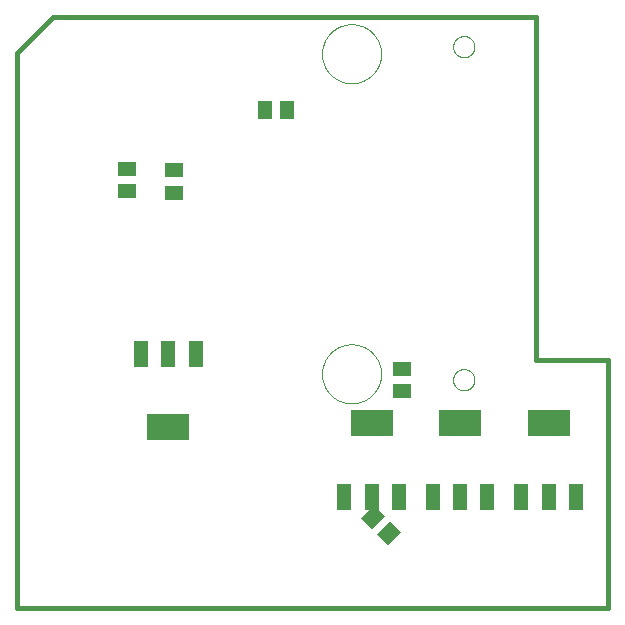
<source format=gbp>
G75*
%MOIN*%
%OFA0B0*%
%FSLAX25Y25*%
%IPPOS*%
%LPD*%
%AMOC8*
5,1,8,0,0,1.08239X$1,22.5*
%
%ADD10C,0.00000*%
%ADD11C,0.01600*%
%ADD12R,0.04799X0.08799*%
%ADD13R,0.14173X0.08661*%
%ADD14R,0.06299X0.05118*%
%ADD15R,0.05118X0.06299*%
D10*
X0103374Y0079753D02*
X0103377Y0079995D01*
X0103386Y0080236D01*
X0103401Y0080477D01*
X0103421Y0080718D01*
X0103448Y0080958D01*
X0103481Y0081197D01*
X0103519Y0081436D01*
X0103563Y0081673D01*
X0103613Y0081910D01*
X0103669Y0082145D01*
X0103731Y0082378D01*
X0103798Y0082610D01*
X0103871Y0082841D01*
X0103949Y0083069D01*
X0104034Y0083295D01*
X0104123Y0083520D01*
X0104218Y0083742D01*
X0104319Y0083961D01*
X0104425Y0084179D01*
X0104536Y0084393D01*
X0104653Y0084605D01*
X0104774Y0084813D01*
X0104901Y0085019D01*
X0105033Y0085221D01*
X0105170Y0085421D01*
X0105311Y0085616D01*
X0105457Y0085809D01*
X0105608Y0085997D01*
X0105764Y0086182D01*
X0105924Y0086363D01*
X0106088Y0086540D01*
X0106257Y0086713D01*
X0106430Y0086882D01*
X0106607Y0087046D01*
X0106788Y0087206D01*
X0106973Y0087362D01*
X0107161Y0087513D01*
X0107354Y0087659D01*
X0107549Y0087800D01*
X0107749Y0087937D01*
X0107951Y0088069D01*
X0108157Y0088196D01*
X0108365Y0088317D01*
X0108577Y0088434D01*
X0108791Y0088545D01*
X0109009Y0088651D01*
X0109228Y0088752D01*
X0109450Y0088847D01*
X0109675Y0088936D01*
X0109901Y0089021D01*
X0110129Y0089099D01*
X0110360Y0089172D01*
X0110592Y0089239D01*
X0110825Y0089301D01*
X0111060Y0089357D01*
X0111297Y0089407D01*
X0111534Y0089451D01*
X0111773Y0089489D01*
X0112012Y0089522D01*
X0112252Y0089549D01*
X0112493Y0089569D01*
X0112734Y0089584D01*
X0112975Y0089593D01*
X0113217Y0089596D01*
X0113459Y0089593D01*
X0113700Y0089584D01*
X0113941Y0089569D01*
X0114182Y0089549D01*
X0114422Y0089522D01*
X0114661Y0089489D01*
X0114900Y0089451D01*
X0115137Y0089407D01*
X0115374Y0089357D01*
X0115609Y0089301D01*
X0115842Y0089239D01*
X0116074Y0089172D01*
X0116305Y0089099D01*
X0116533Y0089021D01*
X0116759Y0088936D01*
X0116984Y0088847D01*
X0117206Y0088752D01*
X0117425Y0088651D01*
X0117643Y0088545D01*
X0117857Y0088434D01*
X0118069Y0088317D01*
X0118277Y0088196D01*
X0118483Y0088069D01*
X0118685Y0087937D01*
X0118885Y0087800D01*
X0119080Y0087659D01*
X0119273Y0087513D01*
X0119461Y0087362D01*
X0119646Y0087206D01*
X0119827Y0087046D01*
X0120004Y0086882D01*
X0120177Y0086713D01*
X0120346Y0086540D01*
X0120510Y0086363D01*
X0120670Y0086182D01*
X0120826Y0085997D01*
X0120977Y0085809D01*
X0121123Y0085616D01*
X0121264Y0085421D01*
X0121401Y0085221D01*
X0121533Y0085019D01*
X0121660Y0084813D01*
X0121781Y0084605D01*
X0121898Y0084393D01*
X0122009Y0084179D01*
X0122115Y0083961D01*
X0122216Y0083742D01*
X0122311Y0083520D01*
X0122400Y0083295D01*
X0122485Y0083069D01*
X0122563Y0082841D01*
X0122636Y0082610D01*
X0122703Y0082378D01*
X0122765Y0082145D01*
X0122821Y0081910D01*
X0122871Y0081673D01*
X0122915Y0081436D01*
X0122953Y0081197D01*
X0122986Y0080958D01*
X0123013Y0080718D01*
X0123033Y0080477D01*
X0123048Y0080236D01*
X0123057Y0079995D01*
X0123060Y0079753D01*
X0123057Y0079511D01*
X0123048Y0079270D01*
X0123033Y0079029D01*
X0123013Y0078788D01*
X0122986Y0078548D01*
X0122953Y0078309D01*
X0122915Y0078070D01*
X0122871Y0077833D01*
X0122821Y0077596D01*
X0122765Y0077361D01*
X0122703Y0077128D01*
X0122636Y0076896D01*
X0122563Y0076665D01*
X0122485Y0076437D01*
X0122400Y0076211D01*
X0122311Y0075986D01*
X0122216Y0075764D01*
X0122115Y0075545D01*
X0122009Y0075327D01*
X0121898Y0075113D01*
X0121781Y0074901D01*
X0121660Y0074693D01*
X0121533Y0074487D01*
X0121401Y0074285D01*
X0121264Y0074085D01*
X0121123Y0073890D01*
X0120977Y0073697D01*
X0120826Y0073509D01*
X0120670Y0073324D01*
X0120510Y0073143D01*
X0120346Y0072966D01*
X0120177Y0072793D01*
X0120004Y0072624D01*
X0119827Y0072460D01*
X0119646Y0072300D01*
X0119461Y0072144D01*
X0119273Y0071993D01*
X0119080Y0071847D01*
X0118885Y0071706D01*
X0118685Y0071569D01*
X0118483Y0071437D01*
X0118277Y0071310D01*
X0118069Y0071189D01*
X0117857Y0071072D01*
X0117643Y0070961D01*
X0117425Y0070855D01*
X0117206Y0070754D01*
X0116984Y0070659D01*
X0116759Y0070570D01*
X0116533Y0070485D01*
X0116305Y0070407D01*
X0116074Y0070334D01*
X0115842Y0070267D01*
X0115609Y0070205D01*
X0115374Y0070149D01*
X0115137Y0070099D01*
X0114900Y0070055D01*
X0114661Y0070017D01*
X0114422Y0069984D01*
X0114182Y0069957D01*
X0113941Y0069937D01*
X0113700Y0069922D01*
X0113459Y0069913D01*
X0113217Y0069910D01*
X0112975Y0069913D01*
X0112734Y0069922D01*
X0112493Y0069937D01*
X0112252Y0069957D01*
X0112012Y0069984D01*
X0111773Y0070017D01*
X0111534Y0070055D01*
X0111297Y0070099D01*
X0111060Y0070149D01*
X0110825Y0070205D01*
X0110592Y0070267D01*
X0110360Y0070334D01*
X0110129Y0070407D01*
X0109901Y0070485D01*
X0109675Y0070570D01*
X0109450Y0070659D01*
X0109228Y0070754D01*
X0109009Y0070855D01*
X0108791Y0070961D01*
X0108577Y0071072D01*
X0108365Y0071189D01*
X0108157Y0071310D01*
X0107951Y0071437D01*
X0107749Y0071569D01*
X0107549Y0071706D01*
X0107354Y0071847D01*
X0107161Y0071993D01*
X0106973Y0072144D01*
X0106788Y0072300D01*
X0106607Y0072460D01*
X0106430Y0072624D01*
X0106257Y0072793D01*
X0106088Y0072966D01*
X0105924Y0073143D01*
X0105764Y0073324D01*
X0105608Y0073509D01*
X0105457Y0073697D01*
X0105311Y0073890D01*
X0105170Y0074085D01*
X0105033Y0074285D01*
X0104901Y0074487D01*
X0104774Y0074693D01*
X0104653Y0074901D01*
X0104536Y0075113D01*
X0104425Y0075327D01*
X0104319Y0075545D01*
X0104218Y0075764D01*
X0104123Y0075986D01*
X0104034Y0076211D01*
X0103949Y0076437D01*
X0103871Y0076665D01*
X0103798Y0076896D01*
X0103731Y0077128D01*
X0103669Y0077361D01*
X0103613Y0077596D01*
X0103563Y0077833D01*
X0103519Y0078070D01*
X0103481Y0078309D01*
X0103448Y0078548D01*
X0103421Y0078788D01*
X0103401Y0079029D01*
X0103386Y0079270D01*
X0103377Y0079511D01*
X0103374Y0079753D01*
X0147076Y0077784D02*
X0147078Y0077902D01*
X0147084Y0078021D01*
X0147094Y0078139D01*
X0147108Y0078256D01*
X0147125Y0078373D01*
X0147147Y0078490D01*
X0147173Y0078605D01*
X0147202Y0078720D01*
X0147235Y0078834D01*
X0147272Y0078946D01*
X0147313Y0079057D01*
X0147357Y0079167D01*
X0147405Y0079275D01*
X0147457Y0079382D01*
X0147512Y0079487D01*
X0147571Y0079590D01*
X0147633Y0079690D01*
X0147698Y0079789D01*
X0147767Y0079886D01*
X0147838Y0079980D01*
X0147913Y0080071D01*
X0147991Y0080161D01*
X0148072Y0080247D01*
X0148156Y0080331D01*
X0148242Y0080412D01*
X0148332Y0080490D01*
X0148423Y0080565D01*
X0148517Y0080636D01*
X0148614Y0080705D01*
X0148713Y0080770D01*
X0148813Y0080832D01*
X0148916Y0080891D01*
X0149021Y0080946D01*
X0149128Y0080998D01*
X0149236Y0081046D01*
X0149346Y0081090D01*
X0149457Y0081131D01*
X0149569Y0081168D01*
X0149683Y0081201D01*
X0149798Y0081230D01*
X0149913Y0081256D01*
X0150030Y0081278D01*
X0150147Y0081295D01*
X0150264Y0081309D01*
X0150382Y0081319D01*
X0150501Y0081325D01*
X0150619Y0081327D01*
X0150737Y0081325D01*
X0150856Y0081319D01*
X0150974Y0081309D01*
X0151091Y0081295D01*
X0151208Y0081278D01*
X0151325Y0081256D01*
X0151440Y0081230D01*
X0151555Y0081201D01*
X0151669Y0081168D01*
X0151781Y0081131D01*
X0151892Y0081090D01*
X0152002Y0081046D01*
X0152110Y0080998D01*
X0152217Y0080946D01*
X0152322Y0080891D01*
X0152425Y0080832D01*
X0152525Y0080770D01*
X0152624Y0080705D01*
X0152721Y0080636D01*
X0152815Y0080565D01*
X0152906Y0080490D01*
X0152996Y0080412D01*
X0153082Y0080331D01*
X0153166Y0080247D01*
X0153247Y0080161D01*
X0153325Y0080071D01*
X0153400Y0079980D01*
X0153471Y0079886D01*
X0153540Y0079789D01*
X0153605Y0079690D01*
X0153667Y0079590D01*
X0153726Y0079487D01*
X0153781Y0079382D01*
X0153833Y0079275D01*
X0153881Y0079167D01*
X0153925Y0079057D01*
X0153966Y0078946D01*
X0154003Y0078834D01*
X0154036Y0078720D01*
X0154065Y0078605D01*
X0154091Y0078490D01*
X0154113Y0078373D01*
X0154130Y0078256D01*
X0154144Y0078139D01*
X0154154Y0078021D01*
X0154160Y0077902D01*
X0154162Y0077784D01*
X0154160Y0077666D01*
X0154154Y0077547D01*
X0154144Y0077429D01*
X0154130Y0077312D01*
X0154113Y0077195D01*
X0154091Y0077078D01*
X0154065Y0076963D01*
X0154036Y0076848D01*
X0154003Y0076734D01*
X0153966Y0076622D01*
X0153925Y0076511D01*
X0153881Y0076401D01*
X0153833Y0076293D01*
X0153781Y0076186D01*
X0153726Y0076081D01*
X0153667Y0075978D01*
X0153605Y0075878D01*
X0153540Y0075779D01*
X0153471Y0075682D01*
X0153400Y0075588D01*
X0153325Y0075497D01*
X0153247Y0075407D01*
X0153166Y0075321D01*
X0153082Y0075237D01*
X0152996Y0075156D01*
X0152906Y0075078D01*
X0152815Y0075003D01*
X0152721Y0074932D01*
X0152624Y0074863D01*
X0152525Y0074798D01*
X0152425Y0074736D01*
X0152322Y0074677D01*
X0152217Y0074622D01*
X0152110Y0074570D01*
X0152002Y0074522D01*
X0151892Y0074478D01*
X0151781Y0074437D01*
X0151669Y0074400D01*
X0151555Y0074367D01*
X0151440Y0074338D01*
X0151325Y0074312D01*
X0151208Y0074290D01*
X0151091Y0074273D01*
X0150974Y0074259D01*
X0150856Y0074249D01*
X0150737Y0074243D01*
X0150619Y0074241D01*
X0150501Y0074243D01*
X0150382Y0074249D01*
X0150264Y0074259D01*
X0150147Y0074273D01*
X0150030Y0074290D01*
X0149913Y0074312D01*
X0149798Y0074338D01*
X0149683Y0074367D01*
X0149569Y0074400D01*
X0149457Y0074437D01*
X0149346Y0074478D01*
X0149236Y0074522D01*
X0149128Y0074570D01*
X0149021Y0074622D01*
X0148916Y0074677D01*
X0148813Y0074736D01*
X0148713Y0074798D01*
X0148614Y0074863D01*
X0148517Y0074932D01*
X0148423Y0075003D01*
X0148332Y0075078D01*
X0148242Y0075156D01*
X0148156Y0075237D01*
X0148072Y0075321D01*
X0147991Y0075407D01*
X0147913Y0075497D01*
X0147838Y0075588D01*
X0147767Y0075682D01*
X0147698Y0075779D01*
X0147633Y0075878D01*
X0147571Y0075978D01*
X0147512Y0076081D01*
X0147457Y0076186D01*
X0147405Y0076293D01*
X0147357Y0076401D01*
X0147313Y0076511D01*
X0147272Y0076622D01*
X0147235Y0076734D01*
X0147202Y0076848D01*
X0147173Y0076963D01*
X0147147Y0077078D01*
X0147125Y0077195D01*
X0147108Y0077312D01*
X0147094Y0077429D01*
X0147084Y0077547D01*
X0147078Y0077666D01*
X0147076Y0077784D01*
X0103374Y0186446D02*
X0103377Y0186688D01*
X0103386Y0186929D01*
X0103401Y0187170D01*
X0103421Y0187411D01*
X0103448Y0187651D01*
X0103481Y0187890D01*
X0103519Y0188129D01*
X0103563Y0188366D01*
X0103613Y0188603D01*
X0103669Y0188838D01*
X0103731Y0189071D01*
X0103798Y0189303D01*
X0103871Y0189534D01*
X0103949Y0189762D01*
X0104034Y0189988D01*
X0104123Y0190213D01*
X0104218Y0190435D01*
X0104319Y0190654D01*
X0104425Y0190872D01*
X0104536Y0191086D01*
X0104653Y0191298D01*
X0104774Y0191506D01*
X0104901Y0191712D01*
X0105033Y0191914D01*
X0105170Y0192114D01*
X0105311Y0192309D01*
X0105457Y0192502D01*
X0105608Y0192690D01*
X0105764Y0192875D01*
X0105924Y0193056D01*
X0106088Y0193233D01*
X0106257Y0193406D01*
X0106430Y0193575D01*
X0106607Y0193739D01*
X0106788Y0193899D01*
X0106973Y0194055D01*
X0107161Y0194206D01*
X0107354Y0194352D01*
X0107549Y0194493D01*
X0107749Y0194630D01*
X0107951Y0194762D01*
X0108157Y0194889D01*
X0108365Y0195010D01*
X0108577Y0195127D01*
X0108791Y0195238D01*
X0109009Y0195344D01*
X0109228Y0195445D01*
X0109450Y0195540D01*
X0109675Y0195629D01*
X0109901Y0195714D01*
X0110129Y0195792D01*
X0110360Y0195865D01*
X0110592Y0195932D01*
X0110825Y0195994D01*
X0111060Y0196050D01*
X0111297Y0196100D01*
X0111534Y0196144D01*
X0111773Y0196182D01*
X0112012Y0196215D01*
X0112252Y0196242D01*
X0112493Y0196262D01*
X0112734Y0196277D01*
X0112975Y0196286D01*
X0113217Y0196289D01*
X0113459Y0196286D01*
X0113700Y0196277D01*
X0113941Y0196262D01*
X0114182Y0196242D01*
X0114422Y0196215D01*
X0114661Y0196182D01*
X0114900Y0196144D01*
X0115137Y0196100D01*
X0115374Y0196050D01*
X0115609Y0195994D01*
X0115842Y0195932D01*
X0116074Y0195865D01*
X0116305Y0195792D01*
X0116533Y0195714D01*
X0116759Y0195629D01*
X0116984Y0195540D01*
X0117206Y0195445D01*
X0117425Y0195344D01*
X0117643Y0195238D01*
X0117857Y0195127D01*
X0118069Y0195010D01*
X0118277Y0194889D01*
X0118483Y0194762D01*
X0118685Y0194630D01*
X0118885Y0194493D01*
X0119080Y0194352D01*
X0119273Y0194206D01*
X0119461Y0194055D01*
X0119646Y0193899D01*
X0119827Y0193739D01*
X0120004Y0193575D01*
X0120177Y0193406D01*
X0120346Y0193233D01*
X0120510Y0193056D01*
X0120670Y0192875D01*
X0120826Y0192690D01*
X0120977Y0192502D01*
X0121123Y0192309D01*
X0121264Y0192114D01*
X0121401Y0191914D01*
X0121533Y0191712D01*
X0121660Y0191506D01*
X0121781Y0191298D01*
X0121898Y0191086D01*
X0122009Y0190872D01*
X0122115Y0190654D01*
X0122216Y0190435D01*
X0122311Y0190213D01*
X0122400Y0189988D01*
X0122485Y0189762D01*
X0122563Y0189534D01*
X0122636Y0189303D01*
X0122703Y0189071D01*
X0122765Y0188838D01*
X0122821Y0188603D01*
X0122871Y0188366D01*
X0122915Y0188129D01*
X0122953Y0187890D01*
X0122986Y0187651D01*
X0123013Y0187411D01*
X0123033Y0187170D01*
X0123048Y0186929D01*
X0123057Y0186688D01*
X0123060Y0186446D01*
X0123057Y0186204D01*
X0123048Y0185963D01*
X0123033Y0185722D01*
X0123013Y0185481D01*
X0122986Y0185241D01*
X0122953Y0185002D01*
X0122915Y0184763D01*
X0122871Y0184526D01*
X0122821Y0184289D01*
X0122765Y0184054D01*
X0122703Y0183821D01*
X0122636Y0183589D01*
X0122563Y0183358D01*
X0122485Y0183130D01*
X0122400Y0182904D01*
X0122311Y0182679D01*
X0122216Y0182457D01*
X0122115Y0182238D01*
X0122009Y0182020D01*
X0121898Y0181806D01*
X0121781Y0181594D01*
X0121660Y0181386D01*
X0121533Y0181180D01*
X0121401Y0180978D01*
X0121264Y0180778D01*
X0121123Y0180583D01*
X0120977Y0180390D01*
X0120826Y0180202D01*
X0120670Y0180017D01*
X0120510Y0179836D01*
X0120346Y0179659D01*
X0120177Y0179486D01*
X0120004Y0179317D01*
X0119827Y0179153D01*
X0119646Y0178993D01*
X0119461Y0178837D01*
X0119273Y0178686D01*
X0119080Y0178540D01*
X0118885Y0178399D01*
X0118685Y0178262D01*
X0118483Y0178130D01*
X0118277Y0178003D01*
X0118069Y0177882D01*
X0117857Y0177765D01*
X0117643Y0177654D01*
X0117425Y0177548D01*
X0117206Y0177447D01*
X0116984Y0177352D01*
X0116759Y0177263D01*
X0116533Y0177178D01*
X0116305Y0177100D01*
X0116074Y0177027D01*
X0115842Y0176960D01*
X0115609Y0176898D01*
X0115374Y0176842D01*
X0115137Y0176792D01*
X0114900Y0176748D01*
X0114661Y0176710D01*
X0114422Y0176677D01*
X0114182Y0176650D01*
X0113941Y0176630D01*
X0113700Y0176615D01*
X0113459Y0176606D01*
X0113217Y0176603D01*
X0112975Y0176606D01*
X0112734Y0176615D01*
X0112493Y0176630D01*
X0112252Y0176650D01*
X0112012Y0176677D01*
X0111773Y0176710D01*
X0111534Y0176748D01*
X0111297Y0176792D01*
X0111060Y0176842D01*
X0110825Y0176898D01*
X0110592Y0176960D01*
X0110360Y0177027D01*
X0110129Y0177100D01*
X0109901Y0177178D01*
X0109675Y0177263D01*
X0109450Y0177352D01*
X0109228Y0177447D01*
X0109009Y0177548D01*
X0108791Y0177654D01*
X0108577Y0177765D01*
X0108365Y0177882D01*
X0108157Y0178003D01*
X0107951Y0178130D01*
X0107749Y0178262D01*
X0107549Y0178399D01*
X0107354Y0178540D01*
X0107161Y0178686D01*
X0106973Y0178837D01*
X0106788Y0178993D01*
X0106607Y0179153D01*
X0106430Y0179317D01*
X0106257Y0179486D01*
X0106088Y0179659D01*
X0105924Y0179836D01*
X0105764Y0180017D01*
X0105608Y0180202D01*
X0105457Y0180390D01*
X0105311Y0180583D01*
X0105170Y0180778D01*
X0105033Y0180978D01*
X0104901Y0181180D01*
X0104774Y0181386D01*
X0104653Y0181594D01*
X0104536Y0181806D01*
X0104425Y0182020D01*
X0104319Y0182238D01*
X0104218Y0182457D01*
X0104123Y0182679D01*
X0104034Y0182904D01*
X0103949Y0183130D01*
X0103871Y0183358D01*
X0103798Y0183589D01*
X0103731Y0183821D01*
X0103669Y0184054D01*
X0103613Y0184289D01*
X0103563Y0184526D01*
X0103519Y0184763D01*
X0103481Y0185002D01*
X0103448Y0185241D01*
X0103421Y0185481D01*
X0103401Y0185722D01*
X0103386Y0185963D01*
X0103377Y0186204D01*
X0103374Y0186446D01*
X0147076Y0188808D02*
X0147078Y0188926D01*
X0147084Y0189045D01*
X0147094Y0189163D01*
X0147108Y0189280D01*
X0147125Y0189397D01*
X0147147Y0189514D01*
X0147173Y0189629D01*
X0147202Y0189744D01*
X0147235Y0189858D01*
X0147272Y0189970D01*
X0147313Y0190081D01*
X0147357Y0190191D01*
X0147405Y0190299D01*
X0147457Y0190406D01*
X0147512Y0190511D01*
X0147571Y0190614D01*
X0147633Y0190714D01*
X0147698Y0190813D01*
X0147767Y0190910D01*
X0147838Y0191004D01*
X0147913Y0191095D01*
X0147991Y0191185D01*
X0148072Y0191271D01*
X0148156Y0191355D01*
X0148242Y0191436D01*
X0148332Y0191514D01*
X0148423Y0191589D01*
X0148517Y0191660D01*
X0148614Y0191729D01*
X0148713Y0191794D01*
X0148813Y0191856D01*
X0148916Y0191915D01*
X0149021Y0191970D01*
X0149128Y0192022D01*
X0149236Y0192070D01*
X0149346Y0192114D01*
X0149457Y0192155D01*
X0149569Y0192192D01*
X0149683Y0192225D01*
X0149798Y0192254D01*
X0149913Y0192280D01*
X0150030Y0192302D01*
X0150147Y0192319D01*
X0150264Y0192333D01*
X0150382Y0192343D01*
X0150501Y0192349D01*
X0150619Y0192351D01*
X0150737Y0192349D01*
X0150856Y0192343D01*
X0150974Y0192333D01*
X0151091Y0192319D01*
X0151208Y0192302D01*
X0151325Y0192280D01*
X0151440Y0192254D01*
X0151555Y0192225D01*
X0151669Y0192192D01*
X0151781Y0192155D01*
X0151892Y0192114D01*
X0152002Y0192070D01*
X0152110Y0192022D01*
X0152217Y0191970D01*
X0152322Y0191915D01*
X0152425Y0191856D01*
X0152525Y0191794D01*
X0152624Y0191729D01*
X0152721Y0191660D01*
X0152815Y0191589D01*
X0152906Y0191514D01*
X0152996Y0191436D01*
X0153082Y0191355D01*
X0153166Y0191271D01*
X0153247Y0191185D01*
X0153325Y0191095D01*
X0153400Y0191004D01*
X0153471Y0190910D01*
X0153540Y0190813D01*
X0153605Y0190714D01*
X0153667Y0190614D01*
X0153726Y0190511D01*
X0153781Y0190406D01*
X0153833Y0190299D01*
X0153881Y0190191D01*
X0153925Y0190081D01*
X0153966Y0189970D01*
X0154003Y0189858D01*
X0154036Y0189744D01*
X0154065Y0189629D01*
X0154091Y0189514D01*
X0154113Y0189397D01*
X0154130Y0189280D01*
X0154144Y0189163D01*
X0154154Y0189045D01*
X0154160Y0188926D01*
X0154162Y0188808D01*
X0154160Y0188690D01*
X0154154Y0188571D01*
X0154144Y0188453D01*
X0154130Y0188336D01*
X0154113Y0188219D01*
X0154091Y0188102D01*
X0154065Y0187987D01*
X0154036Y0187872D01*
X0154003Y0187758D01*
X0153966Y0187646D01*
X0153925Y0187535D01*
X0153881Y0187425D01*
X0153833Y0187317D01*
X0153781Y0187210D01*
X0153726Y0187105D01*
X0153667Y0187002D01*
X0153605Y0186902D01*
X0153540Y0186803D01*
X0153471Y0186706D01*
X0153400Y0186612D01*
X0153325Y0186521D01*
X0153247Y0186431D01*
X0153166Y0186345D01*
X0153082Y0186261D01*
X0152996Y0186180D01*
X0152906Y0186102D01*
X0152815Y0186027D01*
X0152721Y0185956D01*
X0152624Y0185887D01*
X0152525Y0185822D01*
X0152425Y0185760D01*
X0152322Y0185701D01*
X0152217Y0185646D01*
X0152110Y0185594D01*
X0152002Y0185546D01*
X0151892Y0185502D01*
X0151781Y0185461D01*
X0151669Y0185424D01*
X0151555Y0185391D01*
X0151440Y0185362D01*
X0151325Y0185336D01*
X0151208Y0185314D01*
X0151091Y0185297D01*
X0150974Y0185283D01*
X0150856Y0185273D01*
X0150737Y0185267D01*
X0150619Y0185265D01*
X0150501Y0185267D01*
X0150382Y0185273D01*
X0150264Y0185283D01*
X0150147Y0185297D01*
X0150030Y0185314D01*
X0149913Y0185336D01*
X0149798Y0185362D01*
X0149683Y0185391D01*
X0149569Y0185424D01*
X0149457Y0185461D01*
X0149346Y0185502D01*
X0149236Y0185546D01*
X0149128Y0185594D01*
X0149021Y0185646D01*
X0148916Y0185701D01*
X0148813Y0185760D01*
X0148713Y0185822D01*
X0148614Y0185887D01*
X0148517Y0185956D01*
X0148423Y0186027D01*
X0148332Y0186102D01*
X0148242Y0186180D01*
X0148156Y0186261D01*
X0148072Y0186345D01*
X0147991Y0186431D01*
X0147913Y0186521D01*
X0147838Y0186612D01*
X0147767Y0186706D01*
X0147698Y0186803D01*
X0147633Y0186902D01*
X0147571Y0187002D01*
X0147512Y0187105D01*
X0147457Y0187210D01*
X0147405Y0187317D01*
X0147357Y0187425D01*
X0147313Y0187535D01*
X0147272Y0187646D01*
X0147235Y0187758D01*
X0147202Y0187872D01*
X0147173Y0187987D01*
X0147147Y0188102D01*
X0147125Y0188219D01*
X0147108Y0188336D01*
X0147094Y0188453D01*
X0147084Y0188571D01*
X0147078Y0188690D01*
X0147076Y0188808D01*
D11*
X0198650Y0001800D02*
X0001800Y0001800D01*
X0001800Y0186839D01*
X0013611Y0198650D01*
X0174635Y0198650D01*
X0174635Y0084477D01*
X0198650Y0084477D01*
X0198650Y0001800D01*
D12*
X0188064Y0038812D03*
X0178965Y0038812D03*
X0169867Y0038812D03*
X0158536Y0038812D03*
X0149438Y0038812D03*
X0140339Y0038812D03*
X0129009Y0038812D03*
X0119910Y0038812D03*
X0110812Y0038812D03*
X0061292Y0086442D03*
X0052194Y0086442D03*
X0043095Y0086442D03*
D13*
X0052194Y0062040D03*
X0119910Y0063213D03*
X0149438Y0063213D03*
X0178965Y0063213D03*
D14*
X0130146Y0074044D03*
X0130146Y0081524D03*
X0054162Y0140186D03*
X0054162Y0147666D03*
X0038414Y0148060D03*
X0038414Y0140580D03*
D15*
X0084280Y0167548D03*
X0091761Y0167548D03*
G36*
X0120832Y0036040D02*
X0124451Y0032421D01*
X0119998Y0027968D01*
X0116379Y0031587D01*
X0120832Y0036040D01*
G37*
G36*
X0126122Y0030750D02*
X0129741Y0027131D01*
X0125288Y0022678D01*
X0121669Y0026297D01*
X0126122Y0030750D01*
G37*
M02*

</source>
